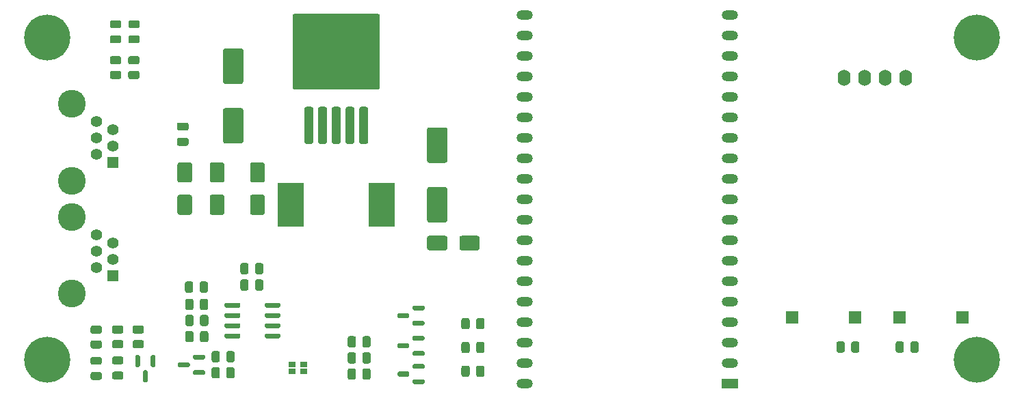
<source format=gbr>
G04 #@! TF.GenerationSoftware,KiCad,Pcbnew,7.0.5.1-1-g8f565ef7f0-dirty-deb11*
G04 #@! TF.CreationDate,2023-08-14T13:53:04+00:00*
G04 #@! TF.ProjectId,LocoBuffer,4c6f636f-4275-4666-9665-722e6b696361,0.0.1*
G04 #@! TF.SameCoordinates,Original*
G04 #@! TF.FileFunction,Soldermask,Top*
G04 #@! TF.FilePolarity,Negative*
%FSLAX46Y46*%
G04 Gerber Fmt 4.6, Leading zero omitted, Abs format (unit mm)*
G04 Created by KiCad (PCBNEW 7.0.5.1-1-g8f565ef7f0-dirty-deb11) date 2023-08-14 13:53:04*
%MOMM*%
%LPD*%
G01*
G04 APERTURE LIST*
%ADD10C,3.450000*%
%ADD11R,1.398000X1.398000*%
%ADD12C,1.398000*%
%ADD13C,5.700000*%
%ADD14R,2.000000X1.200000*%
%ADD15O,2.000000X1.200000*%
%ADD16R,0.850000X0.650000*%
%ADD17R,1.500000X1.500000*%
%ADD18R,3.250000X5.500000*%
%ADD19O,1.600000X2.000000*%
G04 APERTURE END LIST*
G36*
G01*
X41489956Y-117480000D02*
X40577456Y-117480000D01*
G75*
G02*
X40333706Y-117236250I0J243750D01*
G01*
X40333706Y-116748750D01*
G75*
G02*
X40577456Y-116505000I243750J0D01*
G01*
X41489956Y-116505000D01*
G75*
G02*
X41733706Y-116748750I0J-243750D01*
G01*
X41733706Y-117236250D01*
G75*
G02*
X41489956Y-117480000I-243750J0D01*
G01*
G37*
G36*
G01*
X41489956Y-115605000D02*
X40577456Y-115605000D01*
G75*
G02*
X40333706Y-115361250I0J243750D01*
G01*
X40333706Y-114873750D01*
G75*
G02*
X40577456Y-114630000I243750J0D01*
G01*
X41489956Y-114630000D01*
G75*
G02*
X41733706Y-114873750I0J-243750D01*
G01*
X41733706Y-115361250D01*
G75*
G02*
X41489956Y-115605000I-243750J0D01*
G01*
G37*
D10*
X38000000Y-83237500D03*
X38000000Y-92762500D03*
D11*
X43080000Y-90540000D03*
D12*
X41050000Y-89524000D03*
X43080000Y-88508000D03*
X41048000Y-87492000D03*
X43080000Y-86476000D03*
X41050000Y-85460000D03*
D10*
X38000000Y-97237500D03*
X38000000Y-106762500D03*
D11*
X43080000Y-104540000D03*
D12*
X41050000Y-103524000D03*
X43080000Y-102508000D03*
X41048000Y-101492000D03*
X43080000Y-100476000D03*
X41050000Y-99460000D03*
G36*
G01*
X52069800Y-110556800D02*
X52069800Y-109656800D01*
G75*
G02*
X52319800Y-109406800I250000J0D01*
G01*
X52844800Y-109406800D01*
G75*
G02*
X53094800Y-109656800I0J-250000D01*
G01*
X53094800Y-110556800D01*
G75*
G02*
X52844800Y-110806800I-250000J0D01*
G01*
X52319800Y-110806800D01*
G75*
G02*
X52069800Y-110556800I0J250000D01*
G01*
G37*
G36*
G01*
X53894800Y-110556800D02*
X53894800Y-109656800D01*
G75*
G02*
X54144800Y-109406800I250000J0D01*
G01*
X54669800Y-109406800D01*
G75*
G02*
X54919800Y-109656800I0J-250000D01*
G01*
X54919800Y-110556800D01*
G75*
G02*
X54669800Y-110806800I-250000J0D01*
G01*
X54144800Y-110806800D01*
G75*
G02*
X53894800Y-110556800I0J250000D01*
G01*
G37*
G36*
G01*
X54919800Y-111657800D02*
X54919800Y-112557800D01*
G75*
G02*
X54669800Y-112807800I-250000J0D01*
G01*
X54144800Y-112807800D01*
G75*
G02*
X53894800Y-112557800I0J250000D01*
G01*
X53894800Y-111657800D01*
G75*
G02*
X54144800Y-111407800I250000J0D01*
G01*
X54669800Y-111407800D01*
G75*
G02*
X54919800Y-111657800I0J-250000D01*
G01*
G37*
G36*
G01*
X53094800Y-111657800D02*
X53094800Y-112557800D01*
G75*
G02*
X52844800Y-112807800I-250000J0D01*
G01*
X52319800Y-112807800D01*
G75*
G02*
X52069800Y-112557800I0J250000D01*
G01*
X52069800Y-111657800D01*
G75*
G02*
X52319800Y-111407800I250000J0D01*
G01*
X52844800Y-111407800D01*
G75*
G02*
X53094800Y-111657800I0J-250000D01*
G01*
G37*
G36*
G01*
X61727000Y-103225000D02*
X61727000Y-104125000D01*
G75*
G02*
X61477000Y-104375000I-250000J0D01*
G01*
X60952000Y-104375000D01*
G75*
G02*
X60702000Y-104125000I0J250000D01*
G01*
X60702000Y-103225000D01*
G75*
G02*
X60952000Y-102975000I250000J0D01*
G01*
X61477000Y-102975000D01*
G75*
G02*
X61727000Y-103225000I0J-250000D01*
G01*
G37*
G36*
G01*
X59902000Y-103225000D02*
X59902000Y-104125000D01*
G75*
G02*
X59652000Y-104375000I-250000J0D01*
G01*
X59127000Y-104375000D01*
G75*
G02*
X58877000Y-104125000I0J250000D01*
G01*
X58877000Y-103225000D01*
G75*
G02*
X59127000Y-102975000I250000J0D01*
G01*
X59652000Y-102975000D01*
G75*
G02*
X59902000Y-103225000I0J-250000D01*
G01*
G37*
G36*
G01*
X52052500Y-108559000D02*
X52052500Y-107659000D01*
G75*
G02*
X52302500Y-107409000I250000J0D01*
G01*
X52827500Y-107409000D01*
G75*
G02*
X53077500Y-107659000I0J-250000D01*
G01*
X53077500Y-108559000D01*
G75*
G02*
X52827500Y-108809000I-250000J0D01*
G01*
X52302500Y-108809000D01*
G75*
G02*
X52052500Y-108559000I0J250000D01*
G01*
G37*
G36*
G01*
X53877500Y-108559000D02*
X53877500Y-107659000D01*
G75*
G02*
X54127500Y-107409000I250000J0D01*
G01*
X54652500Y-107409000D01*
G75*
G02*
X54902500Y-107659000I0J-250000D01*
G01*
X54902500Y-108559000D01*
G75*
G02*
X54652500Y-108809000I-250000J0D01*
G01*
X54127500Y-108809000D01*
G75*
G02*
X53877500Y-108559000I0J250000D01*
G01*
G37*
G36*
G01*
X54869000Y-105511000D02*
X54869000Y-106411000D01*
G75*
G02*
X54619000Y-106661000I-250000J0D01*
G01*
X54094000Y-106661000D01*
G75*
G02*
X53844000Y-106411000I0J250000D01*
G01*
X53844000Y-105511000D01*
G75*
G02*
X54094000Y-105261000I250000J0D01*
G01*
X54619000Y-105261000D01*
G75*
G02*
X54869000Y-105511000I0J-250000D01*
G01*
G37*
G36*
G01*
X53044000Y-105511000D02*
X53044000Y-106411000D01*
G75*
G02*
X52794000Y-106661000I-250000J0D01*
G01*
X52269000Y-106661000D01*
G75*
G02*
X52019000Y-106411000I0J250000D01*
G01*
X52019000Y-105511000D01*
G75*
G02*
X52269000Y-105261000I250000J0D01*
G01*
X52794000Y-105261000D01*
G75*
G02*
X53044000Y-105511000I0J-250000D01*
G01*
G37*
G36*
G01*
X41483706Y-113591500D02*
X40583706Y-113591500D01*
G75*
G02*
X40333706Y-113341500I0J250000D01*
G01*
X40333706Y-112816500D01*
G75*
G02*
X40583706Y-112566500I250000J0D01*
G01*
X41483706Y-112566500D01*
G75*
G02*
X41733706Y-112816500I0J-250000D01*
G01*
X41733706Y-113341500D01*
G75*
G02*
X41483706Y-113591500I-250000J0D01*
G01*
G37*
G36*
G01*
X41483706Y-111766500D02*
X40583706Y-111766500D01*
G75*
G02*
X40333706Y-111516500I0J250000D01*
G01*
X40333706Y-110991500D01*
G75*
G02*
X40583706Y-110741500I250000J0D01*
G01*
X41483706Y-110741500D01*
G75*
G02*
X41733706Y-110991500I0J-250000D01*
G01*
X41733706Y-111516500D01*
G75*
G02*
X41483706Y-111766500I-250000J0D01*
G01*
G37*
G36*
G01*
X61727500Y-105257000D02*
X61727500Y-106157000D01*
G75*
G02*
X61477500Y-106407000I-250000J0D01*
G01*
X60952500Y-106407000D01*
G75*
G02*
X60702500Y-106157000I0J250000D01*
G01*
X60702500Y-105257000D01*
G75*
G02*
X60952500Y-105007000I250000J0D01*
G01*
X61477500Y-105007000D01*
G75*
G02*
X61727500Y-105257000I0J-250000D01*
G01*
G37*
G36*
G01*
X59902500Y-105257000D02*
X59902500Y-106157000D01*
G75*
G02*
X59652500Y-106407000I-250000J0D01*
G01*
X59127500Y-106407000D01*
G75*
G02*
X58877500Y-106157000I0J250000D01*
G01*
X58877500Y-105257000D01*
G75*
G02*
X59127500Y-105007000I250000J0D01*
G01*
X59652500Y-105007000D01*
G75*
G02*
X59902500Y-105257000I0J-250000D01*
G01*
G37*
G36*
G01*
X44150706Y-113566000D02*
X43250706Y-113566000D01*
G75*
G02*
X43000706Y-113316000I0J250000D01*
G01*
X43000706Y-112791000D01*
G75*
G02*
X43250706Y-112541000I250000J0D01*
G01*
X44150706Y-112541000D01*
G75*
G02*
X44400706Y-112791000I0J-250000D01*
G01*
X44400706Y-113316000D01*
G75*
G02*
X44150706Y-113566000I-250000J0D01*
G01*
G37*
G36*
G01*
X44150706Y-111741000D02*
X43250706Y-111741000D01*
G75*
G02*
X43000706Y-111491000I0J250000D01*
G01*
X43000706Y-110966000D01*
G75*
G02*
X43250706Y-110716000I250000J0D01*
G01*
X44150706Y-110716000D01*
G75*
G02*
X44400706Y-110966000I0J-250000D01*
G01*
X44400706Y-111491000D01*
G75*
G02*
X44150706Y-111741000I-250000J0D01*
G01*
G37*
G36*
G01*
X45790706Y-110716000D02*
X46690706Y-110716000D01*
G75*
G02*
X46940706Y-110966000I0J-250000D01*
G01*
X46940706Y-111491000D01*
G75*
G02*
X46690706Y-111741000I-250000J0D01*
G01*
X45790706Y-111741000D01*
G75*
G02*
X45540706Y-111491000I0J250000D01*
G01*
X45540706Y-110966000D01*
G75*
G02*
X45790706Y-110716000I250000J0D01*
G01*
G37*
G36*
G01*
X45790706Y-112541000D02*
X46690706Y-112541000D01*
G75*
G02*
X46940706Y-112791000I0J-250000D01*
G01*
X46940706Y-113316000D01*
G75*
G02*
X46690706Y-113566000I-250000J0D01*
G01*
X45790706Y-113566000D01*
G75*
G02*
X45540706Y-113316000I0J250000D01*
G01*
X45540706Y-112791000D01*
G75*
G02*
X45790706Y-112541000I250000J0D01*
G01*
G37*
G36*
G01*
X58171000Y-114147000D02*
X58171000Y-115047000D01*
G75*
G02*
X57921000Y-115297000I-250000J0D01*
G01*
X57396000Y-115297000D01*
G75*
G02*
X57146000Y-115047000I0J250000D01*
G01*
X57146000Y-114147000D01*
G75*
G02*
X57396000Y-113897000I250000J0D01*
G01*
X57921000Y-113897000D01*
G75*
G02*
X58171000Y-114147000I0J-250000D01*
G01*
G37*
G36*
G01*
X56346000Y-114147000D02*
X56346000Y-115047000D01*
G75*
G02*
X56096000Y-115297000I-250000J0D01*
G01*
X55571000Y-115297000D01*
G75*
G02*
X55321000Y-115047000I0J250000D01*
G01*
X55321000Y-114147000D01*
G75*
G02*
X55571000Y-113897000I250000J0D01*
G01*
X56096000Y-113897000D01*
G75*
G02*
X56346000Y-114147000I0J-250000D01*
G01*
G37*
G36*
G01*
X58171000Y-116147000D02*
X58171000Y-117047000D01*
G75*
G02*
X57921000Y-117297000I-250000J0D01*
G01*
X57396000Y-117297000D01*
G75*
G02*
X57146000Y-117047000I0J250000D01*
G01*
X57146000Y-116147000D01*
G75*
G02*
X57396000Y-115897000I250000J0D01*
G01*
X57921000Y-115897000D01*
G75*
G02*
X58171000Y-116147000I0J-250000D01*
G01*
G37*
G36*
G01*
X56346000Y-116147000D02*
X56346000Y-117047000D01*
G75*
G02*
X56096000Y-117297000I-250000J0D01*
G01*
X55571000Y-117297000D01*
G75*
G02*
X55321000Y-117047000I0J250000D01*
G01*
X55321000Y-116147000D01*
G75*
G02*
X55571000Y-115897000I250000J0D01*
G01*
X56096000Y-115897000D01*
G75*
G02*
X56346000Y-116147000I0J-250000D01*
G01*
G37*
G36*
G01*
X56940000Y-108354000D02*
X56940000Y-108054000D01*
G75*
G02*
X57090000Y-107904000I150000J0D01*
G01*
X58740000Y-107904000D01*
G75*
G02*
X58890000Y-108054000I0J-150000D01*
G01*
X58890000Y-108354000D01*
G75*
G02*
X58740000Y-108504000I-150000J0D01*
G01*
X57090000Y-108504000D01*
G75*
G02*
X56940000Y-108354000I0J150000D01*
G01*
G37*
G36*
G01*
X56940000Y-109624000D02*
X56940000Y-109324000D01*
G75*
G02*
X57090000Y-109174000I150000J0D01*
G01*
X58740000Y-109174000D01*
G75*
G02*
X58890000Y-109324000I0J-150000D01*
G01*
X58890000Y-109624000D01*
G75*
G02*
X58740000Y-109774000I-150000J0D01*
G01*
X57090000Y-109774000D01*
G75*
G02*
X56940000Y-109624000I0J150000D01*
G01*
G37*
G36*
G01*
X56940000Y-110894000D02*
X56940000Y-110594000D01*
G75*
G02*
X57090000Y-110444000I150000J0D01*
G01*
X58740000Y-110444000D01*
G75*
G02*
X58890000Y-110594000I0J-150000D01*
G01*
X58890000Y-110894000D01*
G75*
G02*
X58740000Y-111044000I-150000J0D01*
G01*
X57090000Y-111044000D01*
G75*
G02*
X56940000Y-110894000I0J150000D01*
G01*
G37*
G36*
G01*
X56940000Y-112164000D02*
X56940000Y-111864000D01*
G75*
G02*
X57090000Y-111714000I150000J0D01*
G01*
X58740000Y-111714000D01*
G75*
G02*
X58890000Y-111864000I0J-150000D01*
G01*
X58890000Y-112164000D01*
G75*
G02*
X58740000Y-112314000I-150000J0D01*
G01*
X57090000Y-112314000D01*
G75*
G02*
X56940000Y-112164000I0J150000D01*
G01*
G37*
G36*
G01*
X61890000Y-112164000D02*
X61890000Y-111864000D01*
G75*
G02*
X62040000Y-111714000I150000J0D01*
G01*
X63690000Y-111714000D01*
G75*
G02*
X63840000Y-111864000I0J-150000D01*
G01*
X63840000Y-112164000D01*
G75*
G02*
X63690000Y-112314000I-150000J0D01*
G01*
X62040000Y-112314000D01*
G75*
G02*
X61890000Y-112164000I0J150000D01*
G01*
G37*
G36*
G01*
X61890000Y-110894000D02*
X61890000Y-110594000D01*
G75*
G02*
X62040000Y-110444000I150000J0D01*
G01*
X63690000Y-110444000D01*
G75*
G02*
X63840000Y-110594000I0J-150000D01*
G01*
X63840000Y-110894000D01*
G75*
G02*
X63690000Y-111044000I-150000J0D01*
G01*
X62040000Y-111044000D01*
G75*
G02*
X61890000Y-110894000I0J150000D01*
G01*
G37*
G36*
G01*
X61890000Y-109624000D02*
X61890000Y-109324000D01*
G75*
G02*
X62040000Y-109174000I150000J0D01*
G01*
X63690000Y-109174000D01*
G75*
G02*
X63840000Y-109324000I0J-150000D01*
G01*
X63840000Y-109624000D01*
G75*
G02*
X63690000Y-109774000I-150000J0D01*
G01*
X62040000Y-109774000D01*
G75*
G02*
X61890000Y-109624000I0J150000D01*
G01*
G37*
G36*
G01*
X61890000Y-108354000D02*
X61890000Y-108054000D01*
G75*
G02*
X62040000Y-107904000I150000J0D01*
G01*
X63690000Y-107904000D01*
G75*
G02*
X63840000Y-108054000I0J-150000D01*
G01*
X63840000Y-108354000D01*
G75*
G02*
X63690000Y-108504000I-150000J0D01*
G01*
X62040000Y-108504000D01*
G75*
G02*
X61890000Y-108354000I0J150000D01*
G01*
G37*
D13*
X35000000Y-75000000D03*
X35000000Y-115000000D03*
X150000000Y-115000000D03*
X150000000Y-75000000D03*
G36*
G01*
X44156956Y-117424500D02*
X43244456Y-117424500D01*
G75*
G02*
X43000706Y-117180750I0J243750D01*
G01*
X43000706Y-116693250D01*
G75*
G02*
X43244456Y-116449500I243750J0D01*
G01*
X44156956Y-116449500D01*
G75*
G02*
X44400706Y-116693250I0J-243750D01*
G01*
X44400706Y-117180750D01*
G75*
G02*
X44156956Y-117424500I-243750J0D01*
G01*
G37*
G36*
G01*
X44156956Y-115549500D02*
X43244456Y-115549500D01*
G75*
G02*
X43000706Y-115305750I0J243750D01*
G01*
X43000706Y-114818250D01*
G75*
G02*
X43244456Y-114574500I243750J0D01*
G01*
X44156956Y-114574500D01*
G75*
G02*
X44400706Y-114818250I0J-243750D01*
G01*
X44400706Y-115305750D01*
G75*
G02*
X44156956Y-115549500I-243750J0D01*
G01*
G37*
G36*
G01*
X47929706Y-114403000D02*
X48229706Y-114403000D01*
G75*
G02*
X48379706Y-114553000I0J-150000D01*
G01*
X48379706Y-115728000D01*
G75*
G02*
X48229706Y-115878000I-150000J0D01*
G01*
X47929706Y-115878000D01*
G75*
G02*
X47779706Y-115728000I0J150000D01*
G01*
X47779706Y-114553000D01*
G75*
G02*
X47929706Y-114403000I150000J0D01*
G01*
G37*
G36*
G01*
X46029706Y-114403000D02*
X46329706Y-114403000D01*
G75*
G02*
X46479706Y-114553000I0J-150000D01*
G01*
X46479706Y-115728000D01*
G75*
G02*
X46329706Y-115878000I-150000J0D01*
G01*
X46029706Y-115878000D01*
G75*
G02*
X45879706Y-115728000I0J150000D01*
G01*
X45879706Y-114553000D01*
G75*
G02*
X46029706Y-114403000I150000J0D01*
G01*
G37*
G36*
G01*
X46979706Y-116278000D02*
X47279706Y-116278000D01*
G75*
G02*
X47429706Y-116428000I0J-150000D01*
G01*
X47429706Y-117603000D01*
G75*
G02*
X47279706Y-117753000I-150000J0D01*
G01*
X46979706Y-117753000D01*
G75*
G02*
X46829706Y-117603000I0J150000D01*
G01*
X46829706Y-116428000D01*
G75*
G02*
X46979706Y-116278000I150000J0D01*
G01*
G37*
G36*
G01*
X54508500Y-116397000D02*
X54508500Y-116697000D01*
G75*
G02*
X54358500Y-116847000I-150000J0D01*
G01*
X53183500Y-116847000D01*
G75*
G02*
X53033500Y-116697000I0J150000D01*
G01*
X53033500Y-116397000D01*
G75*
G02*
X53183500Y-116247000I150000J0D01*
G01*
X54358500Y-116247000D01*
G75*
G02*
X54508500Y-116397000I0J-150000D01*
G01*
G37*
G36*
G01*
X54508500Y-114497000D02*
X54508500Y-114797000D01*
G75*
G02*
X54358500Y-114947000I-150000J0D01*
G01*
X53183500Y-114947000D01*
G75*
G02*
X53033500Y-114797000I0J150000D01*
G01*
X53033500Y-114497000D01*
G75*
G02*
X53183500Y-114347000I150000J0D01*
G01*
X54358500Y-114347000D01*
G75*
G02*
X54508500Y-114497000I0J-150000D01*
G01*
G37*
G36*
G01*
X52633500Y-115447000D02*
X52633500Y-115747000D01*
G75*
G02*
X52483500Y-115897000I-150000J0D01*
G01*
X51308500Y-115897000D01*
G75*
G02*
X51158500Y-115747000I0J150000D01*
G01*
X51158500Y-115447000D01*
G75*
G02*
X51308500Y-115297000I150000J0D01*
G01*
X52483500Y-115297000D01*
G75*
G02*
X52633500Y-115447000I0J-150000D01*
G01*
G37*
G36*
G01*
X75012500Y-112300000D02*
X75012500Y-113200000D01*
G75*
G02*
X74762500Y-113450000I-250000J0D01*
G01*
X74237500Y-113450000D01*
G75*
G02*
X73987500Y-113200000I0J250000D01*
G01*
X73987500Y-112300000D01*
G75*
G02*
X74237500Y-112050000I250000J0D01*
G01*
X74762500Y-112050000D01*
G75*
G02*
X75012500Y-112300000I0J-250000D01*
G01*
G37*
G36*
G01*
X73187500Y-112300000D02*
X73187500Y-113200000D01*
G75*
G02*
X72937500Y-113450000I-250000J0D01*
G01*
X72412500Y-113450000D01*
G75*
G02*
X72162500Y-113200000I0J250000D01*
G01*
X72162500Y-112300000D01*
G75*
G02*
X72412500Y-112050000I250000J0D01*
G01*
X72937500Y-112050000D01*
G75*
G02*
X73187500Y-112300000I0J-250000D01*
G01*
G37*
G36*
G01*
X81675000Y-114050000D02*
X81675000Y-114350000D01*
G75*
G02*
X81525000Y-114500000I-150000J0D01*
G01*
X80350000Y-114500000D01*
G75*
G02*
X80200000Y-114350000I0J150000D01*
G01*
X80200000Y-114050000D01*
G75*
G02*
X80350000Y-113900000I150000J0D01*
G01*
X81525000Y-113900000D01*
G75*
G02*
X81675000Y-114050000I0J-150000D01*
G01*
G37*
G36*
G01*
X81675000Y-112150000D02*
X81675000Y-112450000D01*
G75*
G02*
X81525000Y-112600000I-150000J0D01*
G01*
X80350000Y-112600000D01*
G75*
G02*
X80200000Y-112450000I0J150000D01*
G01*
X80200000Y-112150000D01*
G75*
G02*
X80350000Y-112000000I150000J0D01*
G01*
X81525000Y-112000000D01*
G75*
G02*
X81675000Y-112150000I0J-150000D01*
G01*
G37*
G36*
G01*
X79800000Y-113100000D02*
X79800000Y-113400000D01*
G75*
G02*
X79650000Y-113550000I-150000J0D01*
G01*
X78475000Y-113550000D01*
G75*
G02*
X78325000Y-113400000I0J150000D01*
G01*
X78325000Y-113100000D01*
G75*
G02*
X78475000Y-112950000I150000J0D01*
G01*
X79650000Y-112950000D01*
G75*
G02*
X79800000Y-113100000I0J-150000D01*
G01*
G37*
G36*
G01*
X52225000Y-88450000D02*
X51275000Y-88450000D01*
G75*
G02*
X51025000Y-88200000I0J250000D01*
G01*
X51025000Y-87700000D01*
G75*
G02*
X51275000Y-87450000I250000J0D01*
G01*
X52225000Y-87450000D01*
G75*
G02*
X52475000Y-87700000I0J-250000D01*
G01*
X52475000Y-88200000D01*
G75*
G02*
X52225000Y-88450000I-250000J0D01*
G01*
G37*
G36*
G01*
X52225000Y-86550000D02*
X51275000Y-86550000D01*
G75*
G02*
X51025000Y-86300000I0J250000D01*
G01*
X51025000Y-85800000D01*
G75*
G02*
X51275000Y-85550000I250000J0D01*
G01*
X52225000Y-85550000D01*
G75*
G02*
X52475000Y-85800000I0J-250000D01*
G01*
X52475000Y-86300000D01*
G75*
G02*
X52225000Y-86550000I-250000J0D01*
G01*
G37*
D14*
X119450000Y-117903440D03*
D15*
X119450000Y-115363440D03*
X119450000Y-112823440D03*
X119450000Y-110283440D03*
X119450000Y-107743440D03*
X119450000Y-105203440D03*
X119450000Y-102663440D03*
X119450000Y-100123440D03*
X119450000Y-97583440D03*
X119450000Y-95043440D03*
X119450000Y-92503440D03*
X119450000Y-89963440D03*
X119450000Y-87423440D03*
X119450000Y-84883440D03*
X119450000Y-82343440D03*
X119450000Y-79803440D03*
X119450000Y-77263440D03*
X119450000Y-74723440D03*
X119450000Y-72183440D03*
X94053680Y-72186160D03*
X94053680Y-74726160D03*
X94050000Y-77263440D03*
X94050000Y-79803440D03*
X94050000Y-82343440D03*
X94050000Y-84883440D03*
X94050000Y-87423440D03*
X94050000Y-89963440D03*
X94050000Y-92503440D03*
X94050000Y-95043440D03*
X94050000Y-97583440D03*
X94050000Y-100123440D03*
X94050000Y-102663440D03*
X94050000Y-105203440D03*
X94050000Y-107743440D03*
X94050000Y-110283440D03*
X94050000Y-112823440D03*
X94050000Y-115363440D03*
X94050000Y-117903440D03*
G36*
G01*
X61650000Y-97000000D02*
X60350000Y-97000000D01*
G75*
G02*
X60100000Y-96750000I0J250000D01*
G01*
X60100000Y-94750000D01*
G75*
G02*
X60350000Y-94500000I250000J0D01*
G01*
X61650000Y-94500000D01*
G75*
G02*
X61900000Y-94750000I0J-250000D01*
G01*
X61900000Y-96750000D01*
G75*
G02*
X61650000Y-97000000I-250000J0D01*
G01*
G37*
G36*
G01*
X61650000Y-93000000D02*
X60350000Y-93000000D01*
G75*
G02*
X60100000Y-92750000I0J250000D01*
G01*
X60100000Y-90750000D01*
G75*
G02*
X60350000Y-90500000I250000J0D01*
G01*
X61650000Y-90500000D01*
G75*
G02*
X61900000Y-90750000I0J-250000D01*
G01*
X61900000Y-92750000D01*
G75*
G02*
X61650000Y-93000000I-250000J0D01*
G01*
G37*
D16*
X66725000Y-115575000D03*
X66725000Y-116425000D03*
X65275000Y-116425000D03*
X65275000Y-115575000D03*
G36*
G01*
X88500000Y-99850000D02*
X88500000Y-101150000D01*
G75*
G02*
X88250000Y-101400000I-250000J0D01*
G01*
X86250000Y-101400000D01*
G75*
G02*
X86000000Y-101150000I0J250000D01*
G01*
X86000000Y-99850000D01*
G75*
G02*
X86250000Y-99600000I250000J0D01*
G01*
X88250000Y-99600000D01*
G75*
G02*
X88500000Y-99850000I0J-250000D01*
G01*
G37*
G36*
G01*
X84500000Y-99850000D02*
X84500000Y-101150000D01*
G75*
G02*
X84250000Y-101400000I-250000J0D01*
G01*
X82250000Y-101400000D01*
G75*
G02*
X82000000Y-101150000I0J250000D01*
G01*
X82000000Y-99850000D01*
G75*
G02*
X82250000Y-99600000I250000J0D01*
G01*
X84250000Y-99600000D01*
G75*
G02*
X84500000Y-99850000I0J-250000D01*
G01*
G37*
G36*
G01*
X45246500Y-77315000D02*
X46146500Y-77315000D01*
G75*
G02*
X46396500Y-77565000I0J-250000D01*
G01*
X46396500Y-78090000D01*
G75*
G02*
X46146500Y-78340000I-250000J0D01*
G01*
X45246500Y-78340000D01*
G75*
G02*
X44996500Y-78090000I0J250000D01*
G01*
X44996500Y-77565000D01*
G75*
G02*
X45246500Y-77315000I250000J0D01*
G01*
G37*
G36*
G01*
X45246500Y-79140000D02*
X46146500Y-79140000D01*
G75*
G02*
X46396500Y-79390000I0J-250000D01*
G01*
X46396500Y-79915000D01*
G75*
G02*
X46146500Y-80165000I-250000J0D01*
G01*
X45246500Y-80165000D01*
G75*
G02*
X44996500Y-79915000I0J250000D01*
G01*
X44996500Y-79390000D01*
G75*
G02*
X45246500Y-79140000I250000J0D01*
G01*
G37*
G36*
G01*
X84250000Y-97950000D02*
X82250000Y-97950000D01*
G75*
G02*
X82000000Y-97700000I0J250000D01*
G01*
X82000000Y-93800000D01*
G75*
G02*
X82250000Y-93550000I250000J0D01*
G01*
X84250000Y-93550000D01*
G75*
G02*
X84500000Y-93800000I0J-250000D01*
G01*
X84500000Y-97700000D01*
G75*
G02*
X84250000Y-97950000I-250000J0D01*
G01*
G37*
G36*
G01*
X84250000Y-90550000D02*
X82250000Y-90550000D01*
G75*
G02*
X82000000Y-90300000I0J250000D01*
G01*
X82000000Y-86400000D01*
G75*
G02*
X82250000Y-86150000I250000J0D01*
G01*
X84250000Y-86150000D01*
G75*
G02*
X84500000Y-86400000I0J-250000D01*
G01*
X84500000Y-90300000D01*
G75*
G02*
X84250000Y-90550000I-250000J0D01*
G01*
G37*
G36*
G01*
X42977750Y-72870000D02*
X43890250Y-72870000D01*
G75*
G02*
X44134000Y-73113750I0J-243750D01*
G01*
X44134000Y-73601250D01*
G75*
G02*
X43890250Y-73845000I-243750J0D01*
G01*
X42977750Y-73845000D01*
G75*
G02*
X42734000Y-73601250I0J243750D01*
G01*
X42734000Y-73113750D01*
G75*
G02*
X42977750Y-72870000I243750J0D01*
G01*
G37*
G36*
G01*
X42977750Y-74745000D02*
X43890250Y-74745000D01*
G75*
G02*
X44134000Y-74988750I0J-243750D01*
G01*
X44134000Y-75476250D01*
G75*
G02*
X43890250Y-75720000I-243750J0D01*
G01*
X42977750Y-75720000D01*
G75*
G02*
X42734000Y-75476250I0J243750D01*
G01*
X42734000Y-74988750D01*
G75*
G02*
X42977750Y-74745000I243750J0D01*
G01*
G37*
G36*
G01*
X55350000Y-90500000D02*
X56650000Y-90500000D01*
G75*
G02*
X56900000Y-90750000I0J-250000D01*
G01*
X56900000Y-92750000D01*
G75*
G02*
X56650000Y-93000000I-250000J0D01*
G01*
X55350000Y-93000000D01*
G75*
G02*
X55100000Y-92750000I0J250000D01*
G01*
X55100000Y-90750000D01*
G75*
G02*
X55350000Y-90500000I250000J0D01*
G01*
G37*
G36*
G01*
X55350000Y-94500000D02*
X56650000Y-94500000D01*
G75*
G02*
X56900000Y-94750000I0J-250000D01*
G01*
X56900000Y-96750000D01*
G75*
G02*
X56650000Y-97000000I-250000J0D01*
G01*
X55350000Y-97000000D01*
G75*
G02*
X55100000Y-96750000I0J250000D01*
G01*
X55100000Y-94750000D01*
G75*
G02*
X55350000Y-94500000I250000J0D01*
G01*
G37*
G36*
G01*
X132662500Y-113850000D02*
X132662500Y-112950000D01*
G75*
G02*
X132912500Y-112700000I250000J0D01*
G01*
X133437500Y-112700000D01*
G75*
G02*
X133687500Y-112950000I0J-250000D01*
G01*
X133687500Y-113850000D01*
G75*
G02*
X133437500Y-114100000I-250000J0D01*
G01*
X132912500Y-114100000D01*
G75*
G02*
X132662500Y-113850000I0J250000D01*
G01*
G37*
G36*
G01*
X134487500Y-113850000D02*
X134487500Y-112950000D01*
G75*
G02*
X134737500Y-112700000I250000J0D01*
G01*
X135262500Y-112700000D01*
G75*
G02*
X135512500Y-112950000I0J-250000D01*
G01*
X135512500Y-113850000D01*
G75*
G02*
X135262500Y-114100000I-250000J0D01*
G01*
X134737500Y-114100000D01*
G75*
G02*
X134487500Y-113850000I0J250000D01*
G01*
G37*
G36*
G01*
X81675000Y-117550000D02*
X81675000Y-117850000D01*
G75*
G02*
X81525000Y-118000000I-150000J0D01*
G01*
X80350000Y-118000000D01*
G75*
G02*
X80200000Y-117850000I0J150000D01*
G01*
X80200000Y-117550000D01*
G75*
G02*
X80350000Y-117400000I150000J0D01*
G01*
X81525000Y-117400000D01*
G75*
G02*
X81675000Y-117550000I0J-150000D01*
G01*
G37*
G36*
G01*
X81675000Y-115650000D02*
X81675000Y-115950000D01*
G75*
G02*
X81525000Y-116100000I-150000J0D01*
G01*
X80350000Y-116100000D01*
G75*
G02*
X80200000Y-115950000I0J150000D01*
G01*
X80200000Y-115650000D01*
G75*
G02*
X80350000Y-115500000I150000J0D01*
G01*
X81525000Y-115500000D01*
G75*
G02*
X81675000Y-115650000I0J-150000D01*
G01*
G37*
G36*
G01*
X79800000Y-116600000D02*
X79800000Y-116900000D01*
G75*
G02*
X79650000Y-117050000I-150000J0D01*
G01*
X78475000Y-117050000D01*
G75*
G02*
X78325000Y-116900000I0J150000D01*
G01*
X78325000Y-116600000D01*
G75*
G02*
X78475000Y-116450000I150000J0D01*
G01*
X79650000Y-116450000D01*
G75*
G02*
X79800000Y-116600000I0J-150000D01*
G01*
G37*
G36*
G01*
X67650000Y-88200000D02*
X67050000Y-88200000D01*
G75*
G02*
X66800000Y-87950000I0J250000D01*
G01*
X66800000Y-83850000D01*
G75*
G02*
X67050000Y-83600000I250000J0D01*
G01*
X67650000Y-83600000D01*
G75*
G02*
X67900000Y-83850000I0J-250000D01*
G01*
X67900000Y-87950000D01*
G75*
G02*
X67650000Y-88200000I-250000J0D01*
G01*
G37*
G36*
G01*
X69350000Y-88200000D02*
X68750000Y-88200000D01*
G75*
G02*
X68500000Y-87950000I0J250000D01*
G01*
X68500000Y-83850000D01*
G75*
G02*
X68750000Y-83600000I250000J0D01*
G01*
X69350000Y-83600000D01*
G75*
G02*
X69600000Y-83850000I0J-250000D01*
G01*
X69600000Y-87950000D01*
G75*
G02*
X69350000Y-88200000I-250000J0D01*
G01*
G37*
G36*
G01*
X71050000Y-88200000D02*
X70450000Y-88200000D01*
G75*
G02*
X70200000Y-87950000I0J250000D01*
G01*
X70200000Y-83850000D01*
G75*
G02*
X70450000Y-83600000I250000J0D01*
G01*
X71050000Y-83600000D01*
G75*
G02*
X71300000Y-83850000I0J-250000D01*
G01*
X71300000Y-87950000D01*
G75*
G02*
X71050000Y-88200000I-250000J0D01*
G01*
G37*
G36*
G01*
X75899998Y-81450000D02*
X65600002Y-81450000D01*
G75*
G02*
X65350000Y-81199998I0J250002D01*
G01*
X65350000Y-72300002D01*
G75*
G02*
X65600002Y-72050000I250002J0D01*
G01*
X75899998Y-72050000D01*
G75*
G02*
X76150000Y-72300002I0J-250002D01*
G01*
X76150000Y-81199998D01*
G75*
G02*
X75899998Y-81450000I-250002J0D01*
G01*
G37*
G36*
G01*
X72750000Y-88200000D02*
X72150000Y-88200000D01*
G75*
G02*
X71900000Y-87950000I0J250000D01*
G01*
X71900000Y-83850000D01*
G75*
G02*
X72150000Y-83600000I250000J0D01*
G01*
X72750000Y-83600000D01*
G75*
G02*
X73000000Y-83850000I0J-250000D01*
G01*
X73000000Y-87950000D01*
G75*
G02*
X72750000Y-88200000I-250000J0D01*
G01*
G37*
G36*
G01*
X74450000Y-88200000D02*
X73850000Y-88200000D01*
G75*
G02*
X73600000Y-87950000I0J250000D01*
G01*
X73600000Y-83850000D01*
G75*
G02*
X73850000Y-83600000I250000J0D01*
G01*
X74450000Y-83600000D01*
G75*
G02*
X74700000Y-83850000I0J-250000D01*
G01*
X74700000Y-87950000D01*
G75*
G02*
X74450000Y-88200000I-250000J0D01*
G01*
G37*
G36*
G01*
X45263750Y-72870000D02*
X46176250Y-72870000D01*
G75*
G02*
X46420000Y-73113750I0J-243750D01*
G01*
X46420000Y-73601250D01*
G75*
G02*
X46176250Y-73845000I-243750J0D01*
G01*
X45263750Y-73845000D01*
G75*
G02*
X45020000Y-73601250I0J243750D01*
G01*
X45020000Y-73113750D01*
G75*
G02*
X45263750Y-72870000I243750J0D01*
G01*
G37*
G36*
G01*
X45263750Y-74745000D02*
X46176250Y-74745000D01*
G75*
G02*
X46420000Y-74988750I0J-243750D01*
G01*
X46420000Y-75476250D01*
G75*
G02*
X46176250Y-75720000I-243750J0D01*
G01*
X45263750Y-75720000D01*
G75*
G02*
X45020000Y-75476250I0J243750D01*
G01*
X45020000Y-74988750D01*
G75*
G02*
X45263750Y-74745000I243750J0D01*
G01*
G37*
G36*
G01*
X89087500Y-115950000D02*
X89087500Y-116850000D01*
G75*
G02*
X88837500Y-117100000I-250000J0D01*
G01*
X88312500Y-117100000D01*
G75*
G02*
X88062500Y-116850000I0J250000D01*
G01*
X88062500Y-115950000D01*
G75*
G02*
X88312500Y-115700000I250000J0D01*
G01*
X88837500Y-115700000D01*
G75*
G02*
X89087500Y-115950000I0J-250000D01*
G01*
G37*
G36*
G01*
X87262500Y-115950000D02*
X87262500Y-116850000D01*
G75*
G02*
X87012500Y-117100000I-250000J0D01*
G01*
X86487500Y-117100000D01*
G75*
G02*
X86237500Y-116850000I0J250000D01*
G01*
X86237500Y-115950000D01*
G75*
G02*
X86487500Y-115700000I250000J0D01*
G01*
X87012500Y-115700000D01*
G75*
G02*
X87262500Y-115950000I0J-250000D01*
G01*
G37*
D17*
X127200000Y-109750000D03*
X135000000Y-109750000D03*
G36*
G01*
X75012500Y-116300000D02*
X75012500Y-117200000D01*
G75*
G02*
X74762500Y-117450000I-250000J0D01*
G01*
X74237500Y-117450000D01*
G75*
G02*
X73987500Y-117200000I0J250000D01*
G01*
X73987500Y-116300000D01*
G75*
G02*
X74237500Y-116050000I250000J0D01*
G01*
X74762500Y-116050000D01*
G75*
G02*
X75012500Y-116300000I0J-250000D01*
G01*
G37*
G36*
G01*
X73187500Y-116300000D02*
X73187500Y-117200000D01*
G75*
G02*
X72937500Y-117450000I-250000J0D01*
G01*
X72412500Y-117450000D01*
G75*
G02*
X72162500Y-117200000I0J250000D01*
G01*
X72162500Y-116300000D01*
G75*
G02*
X72412500Y-116050000I250000J0D01*
G01*
X72937500Y-116050000D01*
G75*
G02*
X73187500Y-116300000I0J-250000D01*
G01*
G37*
G36*
G01*
X51350000Y-90500000D02*
X52650000Y-90500000D01*
G75*
G02*
X52900000Y-90750000I0J-250000D01*
G01*
X52900000Y-92750000D01*
G75*
G02*
X52650000Y-93000000I-250000J0D01*
G01*
X51350000Y-93000000D01*
G75*
G02*
X51100000Y-92750000I0J250000D01*
G01*
X51100000Y-90750000D01*
G75*
G02*
X51350000Y-90500000I250000J0D01*
G01*
G37*
G36*
G01*
X51350000Y-94500000D02*
X52650000Y-94500000D01*
G75*
G02*
X52900000Y-94750000I0J-250000D01*
G01*
X52900000Y-96750000D01*
G75*
G02*
X52650000Y-97000000I-250000J0D01*
G01*
X51350000Y-97000000D01*
G75*
G02*
X51100000Y-96750000I0J250000D01*
G01*
X51100000Y-94750000D01*
G75*
G02*
X51350000Y-94500000I250000J0D01*
G01*
G37*
G36*
G01*
X89087500Y-113000000D02*
X89087500Y-113900000D01*
G75*
G02*
X88837500Y-114150000I-250000J0D01*
G01*
X88312500Y-114150000D01*
G75*
G02*
X88062500Y-113900000I0J250000D01*
G01*
X88062500Y-113000000D01*
G75*
G02*
X88312500Y-112750000I250000J0D01*
G01*
X88837500Y-112750000D01*
G75*
G02*
X89087500Y-113000000I0J-250000D01*
G01*
G37*
G36*
G01*
X87262500Y-113000000D02*
X87262500Y-113900000D01*
G75*
G02*
X87012500Y-114150000I-250000J0D01*
G01*
X86487500Y-114150000D01*
G75*
G02*
X86237500Y-113900000I0J250000D01*
G01*
X86237500Y-113000000D01*
G75*
G02*
X86487500Y-112750000I250000J0D01*
G01*
X87012500Y-112750000D01*
G75*
G02*
X87262500Y-113000000I0J-250000D01*
G01*
G37*
G36*
G01*
X89087500Y-110050000D02*
X89087500Y-110950000D01*
G75*
G02*
X88837500Y-111200000I-250000J0D01*
G01*
X88312500Y-111200000D01*
G75*
G02*
X88062500Y-110950000I0J250000D01*
G01*
X88062500Y-110050000D01*
G75*
G02*
X88312500Y-109800000I250000J0D01*
G01*
X88837500Y-109800000D01*
G75*
G02*
X89087500Y-110050000I0J-250000D01*
G01*
G37*
G36*
G01*
X87262500Y-110050000D02*
X87262500Y-110950000D01*
G75*
G02*
X87012500Y-111200000I-250000J0D01*
G01*
X86487500Y-111200000D01*
G75*
G02*
X86237500Y-110950000I0J250000D01*
G01*
X86237500Y-110050000D01*
G75*
G02*
X86487500Y-109800000I250000J0D01*
G01*
X87012500Y-109800000D01*
G75*
G02*
X87262500Y-110050000I0J-250000D01*
G01*
G37*
G36*
G01*
X75012500Y-114300000D02*
X75012500Y-115200000D01*
G75*
G02*
X74762500Y-115450000I-250000J0D01*
G01*
X74237500Y-115450000D01*
G75*
G02*
X73987500Y-115200000I0J250000D01*
G01*
X73987500Y-114300000D01*
G75*
G02*
X74237500Y-114050000I250000J0D01*
G01*
X74762500Y-114050000D01*
G75*
G02*
X75012500Y-114300000I0J-250000D01*
G01*
G37*
G36*
G01*
X73187500Y-114300000D02*
X73187500Y-115200000D01*
G75*
G02*
X72937500Y-115450000I-250000J0D01*
G01*
X72412500Y-115450000D01*
G75*
G02*
X72162500Y-115200000I0J250000D01*
G01*
X72162500Y-114300000D01*
G75*
G02*
X72412500Y-114050000I250000J0D01*
G01*
X72937500Y-114050000D01*
G75*
G02*
X73187500Y-114300000I0J-250000D01*
G01*
G37*
G36*
G01*
X59000000Y-88150000D02*
X57000000Y-88150000D01*
G75*
G02*
X56750000Y-87900000I0J250000D01*
G01*
X56750000Y-84000000D01*
G75*
G02*
X57000000Y-83750000I250000J0D01*
G01*
X59000000Y-83750000D01*
G75*
G02*
X59250000Y-84000000I0J-250000D01*
G01*
X59250000Y-87900000D01*
G75*
G02*
X59000000Y-88150000I-250000J0D01*
G01*
G37*
G36*
G01*
X59000000Y-80750000D02*
X57000000Y-80750000D01*
G75*
G02*
X56750000Y-80500000I0J250000D01*
G01*
X56750000Y-76600000D01*
G75*
G02*
X57000000Y-76350000I250000J0D01*
G01*
X59000000Y-76350000D01*
G75*
G02*
X59250000Y-76600000I0J-250000D01*
G01*
X59250000Y-80500000D01*
G75*
G02*
X59000000Y-80750000I-250000J0D01*
G01*
G37*
D18*
X65125000Y-95750000D03*
X76375000Y-95750000D03*
G36*
G01*
X42984000Y-77315000D02*
X43884000Y-77315000D01*
G75*
G02*
X44134000Y-77565000I0J-250000D01*
G01*
X44134000Y-78090000D01*
G75*
G02*
X43884000Y-78340000I-250000J0D01*
G01*
X42984000Y-78340000D01*
G75*
G02*
X42734000Y-78090000I0J250000D01*
G01*
X42734000Y-77565000D01*
G75*
G02*
X42984000Y-77315000I250000J0D01*
G01*
G37*
G36*
G01*
X42984000Y-79140000D02*
X43884000Y-79140000D01*
G75*
G02*
X44134000Y-79390000I0J-250000D01*
G01*
X44134000Y-79915000D01*
G75*
G02*
X43884000Y-80165000I-250000J0D01*
G01*
X42984000Y-80165000D01*
G75*
G02*
X42734000Y-79915000I0J250000D01*
G01*
X42734000Y-79390000D01*
G75*
G02*
X42984000Y-79140000I250000J0D01*
G01*
G37*
G36*
G01*
X142837500Y-112950000D02*
X142837500Y-113850000D01*
G75*
G02*
X142587500Y-114100000I-250000J0D01*
G01*
X142062500Y-114100000D01*
G75*
G02*
X141812500Y-113850000I0J250000D01*
G01*
X141812500Y-112950000D01*
G75*
G02*
X142062500Y-112700000I250000J0D01*
G01*
X142587500Y-112700000D01*
G75*
G02*
X142837500Y-112950000I0J-250000D01*
G01*
G37*
G36*
G01*
X141012500Y-112950000D02*
X141012500Y-113850000D01*
G75*
G02*
X140762500Y-114100000I-250000J0D01*
G01*
X140237500Y-114100000D01*
G75*
G02*
X139987500Y-113850000I0J250000D01*
G01*
X139987500Y-112950000D01*
G75*
G02*
X140237500Y-112700000I250000J0D01*
G01*
X140762500Y-112700000D01*
G75*
G02*
X141012500Y-112950000I0J-250000D01*
G01*
G37*
G36*
G01*
X81675000Y-110300000D02*
X81675000Y-110600000D01*
G75*
G02*
X81525000Y-110750000I-150000J0D01*
G01*
X80350000Y-110750000D01*
G75*
G02*
X80200000Y-110600000I0J150000D01*
G01*
X80200000Y-110300000D01*
G75*
G02*
X80350000Y-110150000I150000J0D01*
G01*
X81525000Y-110150000D01*
G75*
G02*
X81675000Y-110300000I0J-150000D01*
G01*
G37*
G36*
G01*
X81675000Y-108400000D02*
X81675000Y-108700000D01*
G75*
G02*
X81525000Y-108850000I-150000J0D01*
G01*
X80350000Y-108850000D01*
G75*
G02*
X80200000Y-108700000I0J150000D01*
G01*
X80200000Y-108400000D01*
G75*
G02*
X80350000Y-108250000I150000J0D01*
G01*
X81525000Y-108250000D01*
G75*
G02*
X81675000Y-108400000I0J-150000D01*
G01*
G37*
G36*
G01*
X79800000Y-109350000D02*
X79800000Y-109650000D01*
G75*
G02*
X79650000Y-109800000I-150000J0D01*
G01*
X78475000Y-109800000D01*
G75*
G02*
X78325000Y-109650000I0J150000D01*
G01*
X78325000Y-109350000D01*
G75*
G02*
X78475000Y-109200000I150000J0D01*
G01*
X79650000Y-109200000D01*
G75*
G02*
X79800000Y-109350000I0J-150000D01*
G01*
G37*
D19*
X133630000Y-80000000D03*
X136170000Y-80000000D03*
X138710000Y-80000000D03*
X141250000Y-80000000D03*
D17*
X148250000Y-109750000D03*
X140450000Y-109750000D03*
M02*

</source>
